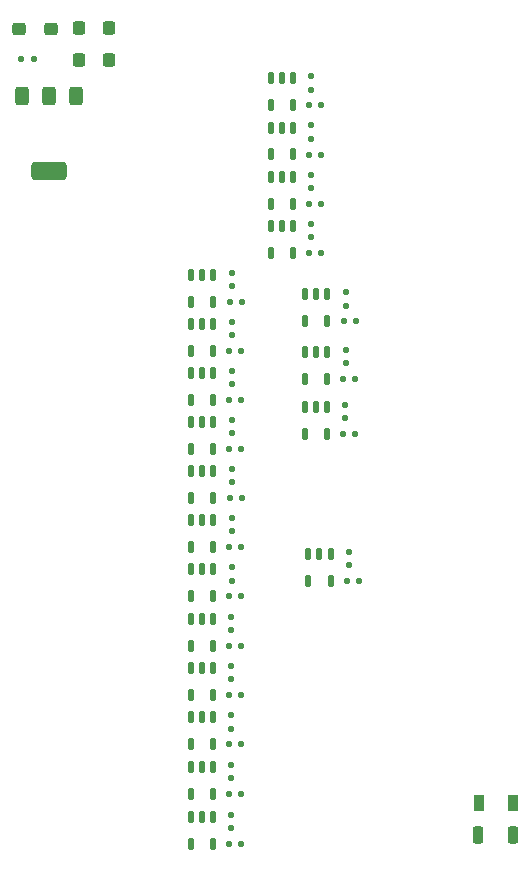
<source format=gtp>
%TF.GenerationSoftware,KiCad,Pcbnew,8.0.4*%
%TF.CreationDate,2024-12-14T22:44:59+01:00*%
%TF.ProjectId,SpicyLightFX3,53706963-794c-4696-9768-744658332e6b,rev?*%
%TF.SameCoordinates,Original*%
%TF.FileFunction,Paste,Top*%
%TF.FilePolarity,Positive*%
%FSLAX46Y46*%
G04 Gerber Fmt 4.6, Leading zero omitted, Abs format (unit mm)*
G04 Created by KiCad (PCBNEW 8.0.4) date 2024-12-14 22:44:59*
%MOMM*%
%LPD*%
G01*
G04 APERTURE LIST*
G04 Aperture macros list*
%AMRoundRect*
0 Rectangle with rounded corners*
0 $1 Rounding radius*
0 $2 $3 $4 $5 $6 $7 $8 $9 X,Y pos of 4 corners*
0 Add a 4 corners polygon primitive as box body*
4,1,4,$2,$3,$4,$5,$6,$7,$8,$9,$2,$3,0*
0 Add four circle primitives for the rounded corners*
1,1,$1+$1,$2,$3*
1,1,$1+$1,$4,$5*
1,1,$1+$1,$6,$7*
1,1,$1+$1,$8,$9*
0 Add four rect primitives between the rounded corners*
20,1,$1+$1,$2,$3,$4,$5,0*
20,1,$1+$1,$4,$5,$6,$7,0*
20,1,$1+$1,$6,$7,$8,$9,0*
20,1,$1+$1,$8,$9,$2,$3,0*%
G04 Aperture macros list end*
%ADD10RoundRect,0.200000X-0.360000X-0.340000X0.360000X-0.340000X0.360000X0.340000X-0.360000X0.340000X0*%
%ADD11RoundRect,0.124000X-0.124000X0.170000X-0.124000X-0.170000X0.124000X-0.170000X0.124000X0.170000X0*%
%ADD12RoundRect,0.120000X-0.120000X0.410000X-0.120000X-0.410000X0.120000X-0.410000X0.120000X0.410000X0*%
%ADD13RoundRect,0.200000X-0.340000X0.360000X-0.340000X-0.360000X0.340000X-0.360000X0.340000X0.360000X0*%
%ADD14RoundRect,0.108000X-0.108000X-0.148000X0.108000X-0.148000X0.108000X0.148000X-0.108000X0.148000X0*%
%ADD15RoundRect,0.124000X-0.170000X-0.124000X0.170000X-0.124000X0.170000X0.124000X-0.170000X0.124000X0*%
%ADD16RoundRect,0.200000X-0.260000X-0.520000X0.260000X-0.520000X0.260000X0.520000X-0.260000X0.520000X0*%
%ADD17RoundRect,0.300000X-0.300000X0.500000X-0.300000X-0.500000X0.300000X-0.500000X0.300000X0.500000X0*%
%ADD18RoundRect,0.400000X-1.120000X0.400000X-1.120000X-0.400000X1.120000X-0.400000X1.120000X0.400000X0*%
%ADD19RoundRect,0.200000X-0.250000X-0.500000X0.250000X-0.500000X0.250000X0.500000X-0.250000X0.500000X0*%
G04 APERTURE END LIST*
D10*
%TO.C,C25*%
X79730600Y-46583200D03*
X82430600Y-46583200D03*
%TD*%
D11*
%TO.C,C7*%
X97704500Y-92180501D03*
X97704500Y-93315501D03*
%TD*%
D12*
%TO.C,U6*%
X96144000Y-96565000D03*
X95194000Y-96565000D03*
X94244000Y-96565000D03*
X94244000Y-98840000D03*
X96144000Y-98840000D03*
%TD*%
D11*
%TO.C,C4*%
X97693600Y-104714701D03*
X97693600Y-105849701D03*
%TD*%
D12*
%TO.C,U16*%
X102920000Y-54965000D03*
X101970000Y-54965000D03*
X101020000Y-54965000D03*
X101020000Y-57240000D03*
X102920000Y-57240000D03*
%TD*%
D13*
%TO.C,C24*%
X84810600Y-46503200D03*
X84810600Y-49203200D03*
%TD*%
D11*
%TO.C,C6*%
X97693400Y-96378501D03*
X97693400Y-97513501D03*
%TD*%
%TO.C,C18*%
X107354000Y-73756001D03*
X107354000Y-74891001D03*
%TD*%
%TO.C,C3*%
X97694600Y-108894701D03*
X97694600Y-110029701D03*
%TD*%
D12*
%TO.C,U14*%
X102910700Y-63285000D03*
X101960700Y-63285000D03*
X101010700Y-63285000D03*
X101010700Y-65560000D03*
X102910700Y-65560000D03*
%TD*%
D14*
%TO.C,R18*%
X107174200Y-76228500D03*
X108194200Y-76228500D03*
%TD*%
%TO.C,R20*%
X107184000Y-71374000D03*
X108204000Y-71374000D03*
%TD*%
%TO.C,R19*%
X107155600Y-80910000D03*
X108175600Y-80910000D03*
%TD*%
D12*
%TO.C,U17*%
X102920000Y-50795000D03*
X101970000Y-50795000D03*
X101020000Y-50795000D03*
X101020000Y-53070000D03*
X102920000Y-53070000D03*
%TD*%
D14*
%TO.C,R12*%
X97522500Y-73869000D03*
X98542500Y-73869000D03*
%TD*%
D12*
%TO.C,U10*%
X96155100Y-79887000D03*
X95205100Y-79887000D03*
X94255100Y-79887000D03*
X94255100Y-82162000D03*
X96155100Y-82162000D03*
%TD*%
D14*
%TO.C,R8*%
X97524700Y-90493000D03*
X98544700Y-90493000D03*
%TD*%
D12*
%TO.C,U13*%
X96162900Y-67433000D03*
X95212900Y-67433000D03*
X94262900Y-67433000D03*
X94262900Y-69708000D03*
X96162900Y-69708000D03*
%TD*%
D15*
%TO.C,C22*%
X79865600Y-49123200D03*
X81000600Y-49123200D03*
%TD*%
D16*
%TO.C,C2*%
X118601500Y-114826050D03*
X121551500Y-114826050D03*
%TD*%
D12*
%TO.C,U4*%
X96144200Y-104901200D03*
X95194200Y-104901200D03*
X94244200Y-104901200D03*
X94244200Y-107176200D03*
X96144200Y-107176200D03*
%TD*%
D14*
%TO.C,R6*%
X97513600Y-98851000D03*
X98533600Y-98851000D03*
%TD*%
D12*
%TO.C,U8*%
X96155100Y-88207000D03*
X95205100Y-88207000D03*
X94255100Y-88207000D03*
X94255100Y-90482000D03*
X96155100Y-90482000D03*
%TD*%
D14*
%TO.C,R10*%
X97524700Y-82173000D03*
X98544700Y-82173000D03*
%TD*%
D12*
%TO.C,U21*%
X106087100Y-91059000D03*
X105137100Y-91059000D03*
X104187100Y-91059000D03*
X104187100Y-93334000D03*
X106087100Y-93334000D03*
%TD*%
D11*
%TO.C,C1*%
X97696600Y-113161900D03*
X97696600Y-114296900D03*
%TD*%
D14*
%TO.C,R13*%
X97532500Y-69719000D03*
X98552500Y-69719000D03*
%TD*%
D11*
%TO.C,C15*%
X104469400Y-58958501D03*
X104469400Y-60093501D03*
%TD*%
D14*
%TO.C,R11*%
X97523600Y-78011000D03*
X98543600Y-78011000D03*
%TD*%
D12*
%TO.C,U5*%
X96134000Y-100730000D03*
X95184000Y-100730000D03*
X94234000Y-100730000D03*
X94234000Y-103005000D03*
X96134000Y-103005000D03*
%TD*%
D11*
%TO.C,C9*%
X97713400Y-83858501D03*
X97713400Y-84993501D03*
%TD*%
D17*
%TO.C,U22*%
X84570600Y-52323200D03*
X82270600Y-52323200D03*
D18*
X82270600Y-58623200D03*
D17*
X79970600Y-52323200D03*
%TD*%
D11*
%TO.C,C8*%
X97704500Y-88020501D03*
X97704500Y-89155501D03*
%TD*%
D14*
%TO.C,R17*%
X104289600Y-53081000D03*
X105309600Y-53081000D03*
%TD*%
%TO.C,R21*%
X107456700Y-93345000D03*
X108476700Y-93345000D03*
%TD*%
D11*
%TO.C,C13*%
X97712300Y-67246501D03*
X97712300Y-68381501D03*
%TD*%
%TO.C,C17*%
X104469400Y-50608501D03*
X104469400Y-51743501D03*
%TD*%
D12*
%TO.C,U7*%
X96155100Y-92367000D03*
X95205100Y-92367000D03*
X94255100Y-92367000D03*
X94255100Y-94642000D03*
X96155100Y-94642000D03*
%TD*%
D14*
%TO.C,R5*%
X97503600Y-103016000D03*
X98523600Y-103016000D03*
%TD*%
D19*
%TO.C,R1*%
X118614000Y-112159050D03*
X121539000Y-112159050D03*
%TD*%
D11*
%TO.C,C14*%
X104460100Y-63098501D03*
X104460100Y-64233501D03*
%TD*%
%TO.C,C16*%
X104469400Y-54778501D03*
X104469400Y-55913501D03*
%TD*%
D13*
%TO.C,C23*%
X87350600Y-46503200D03*
X87350600Y-49203200D03*
%TD*%
D12*
%TO.C,U2*%
X96147200Y-113348400D03*
X95197200Y-113348400D03*
X94247200Y-113348400D03*
X94247200Y-115623400D03*
X96147200Y-115623400D03*
%TD*%
D14*
%TO.C,R15*%
X104289600Y-61431000D03*
X105309600Y-61431000D03*
%TD*%
D12*
%TO.C,U18*%
X105804600Y-73942500D03*
X104854600Y-73942500D03*
X103904600Y-73942500D03*
X103904600Y-76217500D03*
X105804600Y-76217500D03*
%TD*%
D14*
%TO.C,R7*%
X97524700Y-94653000D03*
X98544700Y-94653000D03*
%TD*%
D11*
%TO.C,C11*%
X97703400Y-75538501D03*
X97703400Y-76673501D03*
%TD*%
D12*
%TO.C,U11*%
X96154000Y-75725000D03*
X95204000Y-75725000D03*
X94254000Y-75725000D03*
X94254000Y-78000000D03*
X96154000Y-78000000D03*
%TD*%
D11*
%TO.C,C20*%
X107363800Y-68901501D03*
X107363800Y-70036501D03*
%TD*%
D14*
%TO.C,R9*%
X97533600Y-86331000D03*
X98553600Y-86331000D03*
%TD*%
D11*
%TO.C,C12*%
X97702300Y-71396501D03*
X97702300Y-72531501D03*
%TD*%
%TO.C,C10*%
X97704500Y-79700501D03*
X97704500Y-80835501D03*
%TD*%
D12*
%TO.C,U9*%
X96164000Y-84045000D03*
X95214000Y-84045000D03*
X94264000Y-84045000D03*
X94264000Y-86320000D03*
X96164000Y-86320000D03*
%TD*%
D11*
%TO.C,C19*%
X107335400Y-78437501D03*
X107335400Y-79572501D03*
%TD*%
D14*
%TO.C,R14*%
X104280300Y-65571000D03*
X105300300Y-65571000D03*
%TD*%
%TO.C,R16*%
X104289600Y-57251000D03*
X105309600Y-57251000D03*
%TD*%
%TO.C,R4*%
X97513800Y-107187200D03*
X98533800Y-107187200D03*
%TD*%
%TO.C,R2*%
X97516800Y-115634400D03*
X98536800Y-115634400D03*
%TD*%
D12*
%TO.C,U3*%
X96145200Y-109081200D03*
X95195200Y-109081200D03*
X94245200Y-109081200D03*
X94245200Y-111356200D03*
X96145200Y-111356200D03*
%TD*%
%TO.C,U19*%
X105786000Y-78624000D03*
X104836000Y-78624000D03*
X103886000Y-78624000D03*
X103886000Y-80899000D03*
X105786000Y-80899000D03*
%TD*%
D11*
%TO.C,C21*%
X107636500Y-90872501D03*
X107636500Y-92007501D03*
%TD*%
D14*
%TO.C,R3*%
X97514800Y-111367200D03*
X98534800Y-111367200D03*
%TD*%
D12*
%TO.C,U15*%
X102920000Y-59145000D03*
X101970000Y-59145000D03*
X101020000Y-59145000D03*
X101020000Y-61420000D03*
X102920000Y-61420000D03*
%TD*%
%TO.C,U20*%
X105814400Y-69088000D03*
X104864400Y-69088000D03*
X103914400Y-69088000D03*
X103914400Y-71363000D03*
X105814400Y-71363000D03*
%TD*%
%TO.C,U12*%
X96152900Y-71583000D03*
X95202900Y-71583000D03*
X94252900Y-71583000D03*
X94252900Y-73858000D03*
X96152900Y-73858000D03*
%TD*%
D11*
%TO.C,C5*%
X97683400Y-100543501D03*
X97683400Y-101678501D03*
%TD*%
M02*

</source>
